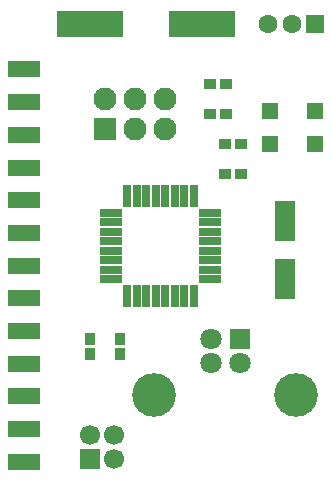
<source format=gbr>
G04 DipTrace 3.0.0.0*
G04 TopMask.gbr*
%MOMM*%
G04 #@! TF.FileFunction,Soldermask,Top*
G04 #@! TF.Part,Single*
%ADD22R,1.6X1.6*%
%ADD23C,1.6*%
%ADD30R,1.4X1.4*%
%ADD45R,5.7X2.2*%
%ADD47R,0.9X1.1*%
%ADD50C,1.7*%
%ADD52R,1.7X1.7*%
%ADD54C,1.95*%
%ADD56R,1.95X1.95*%
%ADD58R,2.74X1.47*%
%ADD60C,3.7*%
%ADD62C,1.8*%
%ADD63R,1.8X1.8*%
%ADD65R,1.1X0.9*%
%ADD67R,1.8X3.35*%
%ADD69R,0.7X1.9*%
%ADD71R,1.9X0.7*%
%FSLAX35Y35*%
G04*
G71*
G90*
G75*
G01*
G04 TopMask*
%LPD*%
D71*
X2778000Y2778000D3*
Y2858000D3*
Y2938000D3*
Y3018000D3*
Y3098000D3*
Y3178000D3*
Y3258000D3*
Y3338000D3*
D69*
X2638000Y3478000D3*
X2558000D3*
X2478000D3*
X2398000D3*
X2318000D3*
X2238000D3*
X2158000D3*
X2078000D3*
D71*
X1938000Y3338000D3*
Y3258000D3*
Y3178000D3*
Y3098000D3*
Y3018000D3*
Y2938000D3*
Y2858000D3*
Y2778000D3*
D69*
X2078000Y2638000D3*
X2158000D3*
X2238000D3*
X2318000D3*
X2398000D3*
X2478000D3*
X2558000D3*
X2638000D3*
D67*
X3413000Y2778000D3*
Y3268000D3*
D65*
X2778000Y4175000D3*
X2908000D3*
X2778000Y4429000D3*
X2908000D3*
D30*
X3286000Y3921000D3*
Y4201000D3*
X3667000Y3921000D3*
Y4201000D3*
D63*
X3032000Y2270000D3*
D62*
X2782000D3*
Y2070000D3*
X3032000D3*
D60*
X2305000Y1799000D3*
X3509000D3*
D58*
X1202840Y4552703D3*
Y4275843D3*
Y3998983D3*
Y3722123D3*
Y3445263D3*
Y3168403D3*
Y2891543D3*
Y2614683D3*
Y2337823D3*
Y2060963D3*
Y1784103D3*
Y1507243D3*
Y1230383D3*
D56*
X1889000Y4048000D3*
D54*
X2143000D3*
X2397000D3*
Y4302000D3*
X2143000D3*
X1889000D3*
D52*
X1762000Y1254000D3*
D50*
X1962000D3*
Y1454000D3*
X1762000D3*
D22*
X3667000Y4937000D3*
D23*
X3467000D3*
X3267000D3*
D65*
X2905000Y3921000D3*
X3035000D3*
D47*
X2016000Y2143000D3*
Y2273000D3*
X1762000Y2143000D3*
Y2273000D3*
D65*
X2905000Y3667000D3*
X3035000D3*
D45*
X1762000Y4937000D3*
X2712000D3*
M02*

</source>
